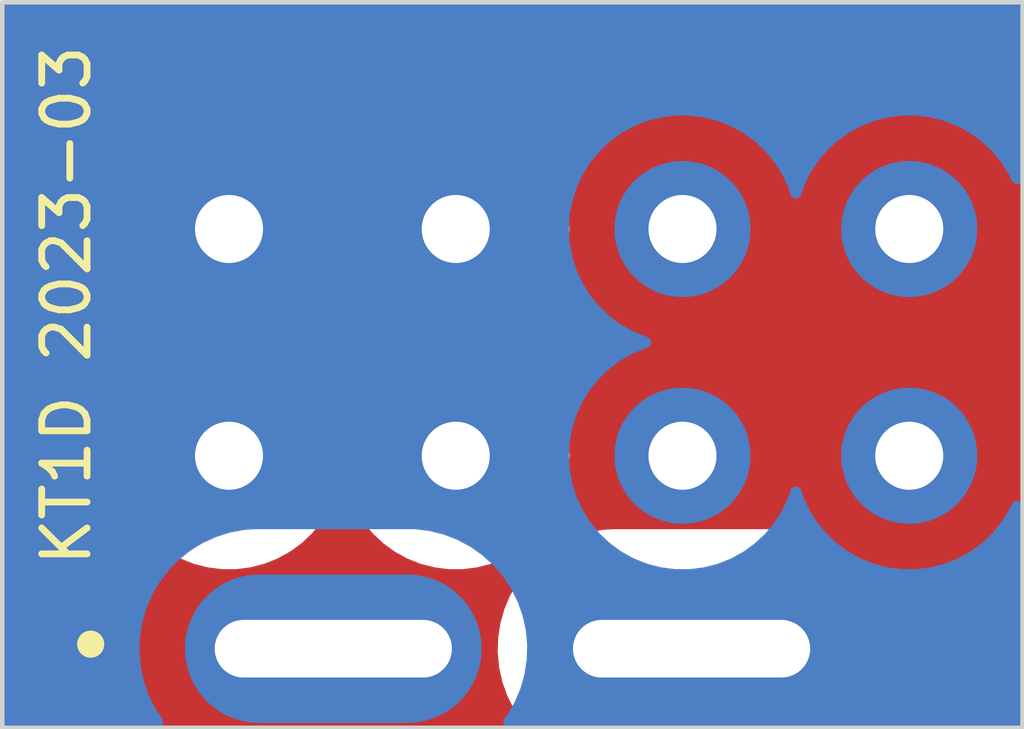
<source format=kicad_pcb>
(kicad_pcb (version 20221018) (generator pcbnew)
  (layers (0 "F.Cu" signal) (31 "B.Cu" signal) (34 "B.Paste" user) (35 "F.Paste" user) (36 "B.SilkS" user "B.Silkscreen") (37 "F.SilkS" user "F.Silkscreen") (38 "B.Mask" user) (39 "F.Mask" user) (44 "Edge.Cuts" user))
  (net 0 "")
  (net 1 "12V")
  (net 2 "GND")
  (footprint "Library:APP_ASMPR45-1X2-RK-MOD" (layer "F.Cu") (at 157.3 101.755)
    (fp_text reference "REF**" hide)
    (fp_text value "APP_ASMPR45-1X2-RK-MOD" hide)
    (fp_circle (center -5.35 -0.1) (end -5.2 -0.1) (stroke (width 0.3)) (fill none) (layer "F.SilkS"))
    (pad "1" thru_hole oval (at 0 0) (size 6.54 3.27) (drill oval 5.23 1.27) (layers "*.Cu" "*.Mask") (net 1 "12V"))
    (pad "2" thru_hole oval (at 7.9 0) (size 6.54 3.27) (drill oval 5.23 1.27) (layers "*.Cu" "*.Mask") (net 2 "GND"))
  )
  (footprint "Library:MT300-500" (layer "F.Cu") (at 162.5 95 180)
    (fp_text reference "REF**" hide)
    (fp_text value "MT300-500" hide)
    (pad "1" thru_hole circle (at -7.5 2.5 180) (size 3 3) (drill 1.5) (layers "*.Cu" "*.Mask") (net 1 "12V"))
    (pad "2" thru_hole circle (at -2.5 2.5 180) (size 3 3) (drill 1.5) (layers "*.Cu" "*.Mask") (net 1 "12V"))
    (pad "3" thru_hole circle (at 2.5 2.5 180) (size 3 3) (drill 1.5) (layers "*.Cu" "*.Mask") (net 2 "GND"))
    (pad "4" thru_hole circle (at 7.5 2.5 180) (size 3 3) (drill 1.5) (layers "*.Cu" "*.Mask") (net 2 "GND"))
    (pad "5" thru_hole circle (at 7.5 -2.5 180) (size 3 3) (drill 1.5) (layers "*.Cu" "*.Mask") (net 2 "GND"))
    (pad "6" thru_hole circle (at 2.5 -2.5 180) (size 3 3) (drill 1.5) (layers "*.Cu" "*.Mask") (net 2 "GND"))
    (pad "7" thru_hole circle (at -2.5 -2.5 180) (size 3 3) (drill 1.5) (layers "*.Cu" "*.Mask") (net 1 "12V"))
    (pad "8" thru_hole circle (at -7.5 -2.5 180) (size 3 3) (drill 1.5) (layers "*.Cu" "*.Mask") (net 1 "12V"))
  )
  (gr_rect (start 150 87.5) (end 172.5 103.5) (stroke (width 0.1)) (fill none) (layer "Edge.Cuts"))
  (gr_text "KT1D 2023-03" (at 152 100 90) (layer "F.SilkS") (effects (font (size 1 1)) (justify left bottom)))
  (zone (net 1) (net_name "12V") (layer "F.Cu") (connect_pads yes (clearance 1)) (min_thickness 0.25) (fill yes (thermal_gap 0.5) (thermal_bridge_width 0.5))
    (polygon (pts (xy 172.48 87.5) (xy 172.5 103.5) (xy 150 103.5) (xy 150 87.5)))
  )
  (zone (net 2) (net_name "GND") (layer "B.Cu") (priority 1) (connect_pads yes (clearance 1)) (min_thickness 0.25) (fill yes (thermal_gap 0.5) (thermal_bridge_width 0.5))
    (polygon (pts (xy 172.5 87.5) (xy 172.5 103.5) (xy 150 103.5) (xy 150 87.5)))
  )
)
</source>
